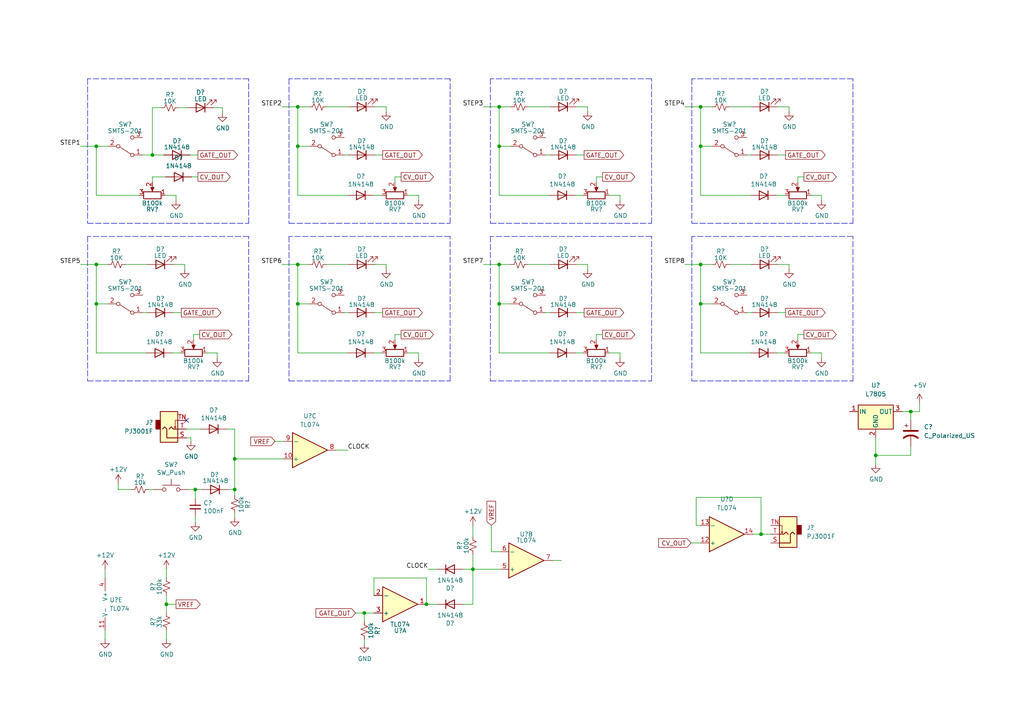
<source format=kicad_sch>
(kicad_sch (version 20211123) (generator eeschema)
  (paper "A4")
  (lib_symbols
    (symbol "4xxx:4017" (pin_names (offset 1.016))
      (property "Reference" "U" (at -7.62 16.51 0))
      (property "Value" "4017" (at -7.62 -19.05 0))
      (symbol "4017_1_0"
        (pin output line (at 12.7 0 180) (length 5.08) (name "Q5") (number "1"))
        (pin output line (at 12.7 2.54 180) (length 5.08) (name "Q4") (number "10"))
        (pin output line (at 12.7 -10.16 180) (length 5.08) (name "Q9") (number "11"))
        (pin output line (at 12.7 -15.24 180) (length 5.08) (name "Cout") (number "12"))
        (pin input inverted (at -12.7 10.16 0) (length 5.08) (name "CKEN") (number "13"))
        (pin input clock (at -12.7 12.7 0) (length 5.08) (name "CLK") (number "14"))
        (pin input line (at -12.7 5.08 0) (length 5.08) (name "Reset") (number "15"))
        (pin power_in line (at 0 20.32 270) (length 5.08) (name "VDD") (number "16"))
        (pin output line (at 12.7 10.16 180) (length 5.08) (name "Q1") (number "2"))
        (pin output line (at 12.7 12.7 180) (length 5.08) (name "Q0") (number "3"))
        (pin output line (at 12.7 7.62 180) (length 5.08) (name "Q2") (number "4"))
        (pin output line (at 12.7 -2.54 180) (length 5.08) (name "Q6") (number "5"))
        (pin output line (at 12.7 -5.08 180) (length 5.08) (name "Q7") (number "6"))
        (pin output line (at 12.7 5.08 180) (length 5.08) (name "Q3") (number "7"))
        (pin power_in line (at 0 -22.86 90) (length 5.08) (name "VSS") (number "8"))
        (pin output line (at 12.7 -7.62 180) (length 5.08) (name "Q8") (number "9"))
      )
      (symbol "4017_1_1"
        (rectangle (start -7.62 15.24) (end 7.62 -17.78) (stroke (width 0.254)) (fill (type background)))
      )
    )
    (symbol "Amplifier_Operational:TL074" (pin_names (offset 0.127))
      (property "Reference" "U" (at 0 5.08 0))
      (property "Value" "TL074" (at 0 -5.08 0))
      (symbol "TL074_1_1"
        (polyline (pts (xy -5.08 5.08) (xy 5.08 0) (xy -5.08 -5.08) (xy -5.08 5.08)) (stroke (width 0.254)) (fill (type background)))
        (pin output line (at 7.62 0 180) (length 2.54) (name "~") (number "1"))
        (pin input line (at -7.62 -2.54 0) (length 2.54) (name "-") (number "2"))
        (pin input line (at -7.62 2.54 0) (length 2.54) (name "+") (number "3"))
      )
      (symbol "TL074_2_1"
        (polyline (pts (xy -5.08 5.08) (xy 5.08 0) (xy -5.08 -5.08) (xy -5.08 5.08)) (stroke (width 0.254)) (fill (type background)))
        (pin input line (at -7.62 2.54 0) (length 2.54) (name "+") (number "5"))
        (pin input line (at -7.62 -2.54 0) (length 2.54) (name "-") (number "6"))
        (pin output line (at 7.62 0 180) (length 2.54) (name "~") (number "7"))
      )
      (symbol "TL074_3_1"
        (polyline (pts (xy -5.08 5.08) (xy 5.08 0) (xy -5.08 -5.08) (xy -5.08 5.08)) (stroke (width 0.254)) (fill (type background)))
        (pin input line (at -7.62 2.54 0) (length 2.54) (name "+") (number "10"))
        (pin output line (at 7.62 0 180) (length 2.54) (name "~") (number "8"))
        (pin input line (at -7.62 -2.54 0) (length 2.54) (name "-") (number "9"))
      )
      (symbol "TL074_4_1"
        (polyline (pts (xy -5.08 5.08) (xy 5.08 0) (xy -5.08 -5.08) (xy -5.08 5.08)) (stroke (width 0.254)) (fill (type background)))
        (pin input line (at -7.62 2.54 0) (length 2.54) (name "+") (number "12"))
        (pin input line (at -7.62 -2.54 0) (length 2.54) (name "-") (number "13"))
        (pin output line (at 7.62 0 180) (length 2.54) (name "~") (number "14"))
      )
      (symbol "TL074_5_1"
        (pin power_in line (at -2.54 -7.62 90) (length 3.81) (name "V-") (number "11"))
        (pin power_in line (at -2.54 7.62 270) (length 3.81) (name "V+") (number "4"))
      )
    )
    (symbol "Device:C_Polarized_US" (pin_numbers hide) (pin_names (offset 0.254) hide)
      (property "Reference" "C" (at 0.635 2.54 0))
      (property "Value" "C_Polarized_US" (at 0.635 -2.54 0))
      (symbol "C_Polarized_US_0_1"
        (polyline (pts (xy -2.032 0.762) (xy 2.032 0.762)) (stroke (width 0.508)))
        (polyline (pts (xy -1.778 2.286) (xy -0.762 2.286)))
        (polyline (pts (xy -1.27 1.778) (xy -1.27 2.794)))
        (arc (start 2.032 -1.27) (mid 0 -0.5572) (end -2.032 -1.27) (stroke (width 0.508)))
      )
      (symbol "C_Polarized_US_1_1"
        (pin passive line (at 0 3.81 270) (length 2.794) (name "~") (number "1"))
        (pin passive line (at 0 -3.81 90) (length 3.302) (name "~") (number "2"))
      )
    )
    (symbol "Device:C_Small" (pin_numbers hide) (pin_names (offset 0.254) hide)
      (property "Reference" "C" (at 0.254 1.778 0))
      (property "Value" "C_Small" (at 0.254 -2.032 0))
      (symbol "C_Small_0_1"
        (polyline (pts (xy -1.524 -0.508) (xy 1.524 -0.508)) (stroke (width 0.3302)))
        (polyline (pts (xy -1.524 0.508) (xy 1.524 0.508)) (stroke (width 0.3048)))
      )
      (symbol "C_Small_1_1"
        (pin passive line (at 0 2.54 270) (length 2.032) (name "~") (number "1"))
        (pin passive line (at 0 -2.54 90) (length 2.032) (name "~") (number "2"))
      )
    )
    (symbol "Device:LED" (pin_numbers hide) (pin_names (offset 1.016) hide)
      (property "Reference" "D" (at 0 2.54 0))
      (property "Value" "LED" (at 0 -2.54 0))
      (symbol "LED_0_1"
        (polyline (pts (xy -1.27 -1.27) (xy -1.27 1.27)) (stroke (width 0.254)))
        (polyline (pts (xy -1.27 0) (xy 1.27 0)))
        (polyline (pts (xy 1.27 -1.27) (xy 1.27 1.27) (xy -1.27 0) (xy 1.27 -1.27)) (stroke (width 0.254)))
        (polyline (pts (xy -3.048 -0.762) (xy -4.572 -2.286) (xy -3.81 -2.286) (xy -4.572 -2.286) (xy -4.572 -1.524)))
        (polyline (pts (xy -1.778 -0.762) (xy -3.302 -2.286) (xy -2.54 -2.286) (xy -3.302 -2.286) (xy -3.302 -1.524)))
      )
      (symbol "LED_1_1"
        (pin passive line (at -3.81 0 0) (length 2.54) (name "K") (number "1"))
        (pin passive line (at 3.81 0 180) (length 2.54) (name "A") (number "2"))
      )
    )
    (symbol "Device:R_Potentiometer" (pin_names (offset 1.016) hide)
      (property "Reference" "RV" (at -4.445 0 90))
      (property "Value" "R_Potentiometer" (at -2.54 0 90))
      (symbol "R_Potentiometer_0_1"
        (polyline (pts (xy 2.54 0) (xy 1.524 0)))
        (polyline (pts (xy 1.143 0) (xy 2.286 0.508) (xy 2.286 -0.508) (xy 1.143 0)) (fill (type outline)))
        (rectangle (start 1.016 2.54) (end -1.016 -2.54) (stroke (width 0.254)))
      )
      (symbol "R_Potentiometer_1_1"
        (pin passive line (at 0 3.81 270) (length 1.27) (name "1") (number "1"))
        (pin passive line (at 3.81 0 180) (length 1.27) (name "2") (number "2"))
        (pin passive line (at 0 -3.81 90) (length 1.27) (name "3") (number "3"))
      )
    )
    (symbol "Device:R_Small_US" (pin_numbers hide) (pin_names (offset 0.254) hide)
      (property "Reference" "R" (at 0.762 0.508 0))
      (property "Value" "R_Small_US" (at 0.762 -1.016 0))
      (symbol "R_Small_US_1_1"
        (polyline (pts (xy 0 0) (xy 1.016 -0.381) (xy 0 -0.762) (xy -1.016 -1.143) (xy 0 -1.524)))
        (polyline (pts (xy 0 1.524) (xy 1.016 1.143) (xy 0 0.762) (xy -1.016 0.381) (xy 0 0)))
        (pin passive line (at 0 2.54 270) (length 1.016) (name "~") (number "1"))
        (pin passive line (at 0 -2.54 90) (length 1.016) (name "~") (number "2"))
      )
    )
    (symbol "Diode:1N4148" (pin_numbers hide) (pin_names hide)
      (property "Reference" "D" (at 0 2.54 0))
      (property "Value" "1N4148" (at 0 -2.54 0))
      (symbol "1N4148_0_1"
        (polyline (pts (xy -1.27 1.27) (xy -1.27 -1.27)) (stroke (width 0.254)))
        (polyline (pts (xy 1.27 0) (xy -1.27 0)))
        (polyline (pts (xy 1.27 1.27) (xy 1.27 -1.27) (xy -1.27 0) (xy 1.27 1.27)) (stroke (width 0.254)))
      )
      (symbol "1N4148_1_1"
        (pin passive line (at -3.81 0 0) (length 2.54) (name "K") (number "1"))
        (pin passive line (at 3.81 0 180) (length 2.54) (name "A") (number "2"))
      )
    )
    (symbol "Regulator_Linear:L7805" (pin_names (offset 0.254))
      (property "Reference" "U" (at -3.81 3.175 0))
      (property "Value" "L7805" (at 0 3.175 0))
      (symbol "L7805_0_1"
        (rectangle (start -5.08 1.905) (end 5.08 -5.08) (stroke (width 0.254)) (fill (type background)))
      )
      (symbol "L7805_1_1"
        (pin power_in line (at -7.62 0 0) (length 2.54) (name "IN") (number "1"))
        (pin power_in line (at 0 -7.62 90) (length 2.54) (name "GND") (number "2"))
        (pin power_out line (at 7.62 0 180) (length 2.54) (name "OUT") (number "3"))
      )
    )
    (symbol "Switch:SW_Push" (pin_numbers hide) (pin_names (offset 1.016) hide)
      (property "Reference" "SW" (at 1.27 2.54 0))
      (property "Value" "SW_Push" (at 0 -1.524 0))
      (symbol "SW_Push_0_1"
        (circle (center -2.032 0) (radius 0.508))
        (polyline (pts (xy 0 1.27) (xy 0 3.048)))
        (polyline (pts (xy 2.54 1.27) (xy -2.54 1.27)))
        (circle (center 2.032 0) (radius 0.508))
        (pin passive line (at -5.08 0 0) (length 2.54) (name "1") (number "1"))
        (pin passive line (at 5.08 0 180) (length 2.54) (name "2") (number "2"))
      )
    )
    (symbol "Switch:SW_SPDT" (pin_names (offset 0) hide)
      (property "Reference" "SW" (at 0 4.318 0))
      (property "Value" "SW_SPDT" (at 0 -5.08 0))
      (symbol "SW_SPDT_0_0"
        (circle (center -2.032 0) (radius 0.508))
        (circle (center 2.032 -2.54) (radius 0.508))
      )
      (symbol "SW_SPDT_0_1"
        (polyline (pts (xy -1.524 0.254) (xy 1.651 2.286)))
        (circle (center 2.032 2.54) (radius 0.508))
      )
      (symbol "SW_SPDT_1_1"
        (pin passive line (at 5.08 2.54 180) (length 2.54) (name "A") (number "1"))
        (pin passive line (at -5.08 0 0) (length 2.54) (name "B") (number "2"))
        (pin passive line (at 5.08 -2.54 180) (length 2.54) (name "C") (number "3"))
      )
    )
    (symbol "benjiaomodular:PJ3001F"
      (property "Reference" "J" (at 0 8.89 0))
      (property "Value" "PJ3001F" (at 0 6.35 0))
      (symbol "PJ3001F_0_1"
        (rectangle (start -2.54 0) (end -3.81 -2.54) (stroke (width 0.254)) (fill (type outline)))
        (polyline (pts (xy 1.778 -0.254) (xy 2.032 -0.762)))
        (polyline (pts (xy 0 0) (xy 0.635 -0.635) (xy 1.27 0) (xy 2.54 0)) (stroke (width 0.254)))
        (polyline (pts (xy 2.54 -2.54) (xy 1.778 -2.54) (xy 1.778 -0.254) (xy 1.524 -0.762)))
        (polyline (pts (xy 2.54 2.54) (xy -0.635 2.54) (xy -0.635 0) (xy -1.27 -0.635) (xy -1.905 0)) (stroke (width 0.254)))
        (rectangle (start 2.54 3.81) (end -2.54 -5.08) (stroke (width 0.254)) (fill (type background)))
      )
      (symbol "PJ3001F_1_1"
        (pin passive line (at 5.08 2.54 180) (length 2.54) (name "~") (number "S"))
        (pin passive line (at 5.08 0 180) (length 2.54) (name "~") (number "T"))
        (pin passive line (at 5.08 -2.54 180) (length 2.54) (name "~") (number "TN"))
      )
    )
    (symbol "power:+12V" (power) (pin_names (offset 0))
      (property "Value" "+12V" (at 0 3.556 0))
      (symbol "+12V_0_1"
        (polyline (pts (xy -0.762 1.27) (xy 0 2.54)))
        (polyline (pts (xy 0 0) (xy 0 2.54)))
        (polyline (pts (xy 0 2.54) (xy 0.762 1.27)))
      )
      (symbol "+12V_1_1"
        (pin power_in line (at 0 0 90) (length 0) hide (name "+12V") (number "1"))
      )
    )
    (symbol "power:+5V" (power) (pin_names (offset 0))
      (property "Value" "+5V" (at 0 3.556 0))
      (symbol "+5V_0_1"
        (polyline (pts (xy -0.762 1.27) (xy 0 2.54)))
        (polyline (pts (xy 0 0) (xy 0 2.54)))
        (polyline (pts (xy 0 2.54) (xy 0.762 1.27)))
      )
      (symbol "+5V_1_1"
        (pin power_in line (at 0 0 90) (length 0) hide (name "+5V") (number "1"))
      )
    )
    (symbol "power:GND" (power) (pin_names (offset 0))
      (property "Value" "GND" (at 0 -3.81 0))
      (symbol "GND_0_1"
        (polyline (pts (xy 0 0) (xy 0 -1.27) (xy 1.27 -1.27) (xy 0 -2.54) (xy -1.27 -1.27) (xy 0 -1.27)))
      )
      (symbol "GND_1_1"
        (pin power_in line (at 0 0 270) (length 0) hide (name "GND") (number "1"))
      )
    )
  )
  (junction (at 86.36 76.708))
  (junction (at 203.2 88.138))
  (junction (at 203.2 30.988))
  (junction (at 27.94 76.708))
  (junction (at 86.36 30.988))
  (junction (at 86.36 88.138))
  (junction (at 254 132.08))
  (junction (at 144.78 76.708))
  (junction (at 27.94 88.138))
  (junction (at 68.072 141.986))
  (junction (at 144.78 88.138))
  (junction (at 48.26 175.26))
  (junction (at 137.16 165.1))
  (junction (at 203.2 42.418))
  (junction (at 68.072 133.096))
  (junction (at 105.664 177.8))
  (junction (at 27.94 42.418))
  (junction (at 264.16 119.38))
  (junction (at 144.78 30.988))
  (junction (at 44.196 44.958))
  (junction (at 56.642 141.986))
  (junction (at 220.726 154.94))
  (junction (at 86.36 42.418))
  (junction (at 144.78 42.418))
  (junction (at 203.2 76.708))
  (junction (at 123.698 175.26))
  (no_connect (at 54.102 121.92))
  (polyline (pts (xy 188.976 68.58) (xy 142.24 68.58)))
  (wire (pts (xy 264.16 132.08) (xy 254 132.08)))
  (wire (pts (xy 167.132 90.678) (xy 169.418 90.678)))
  (wire (pts (xy 220.726 154.94) (xy 223.52 154.94)))
  (wire (pts (xy 145.034 160.02) (xy 142.494 160.02)))
  (polyline (pts (xy 142.24 22.86) (xy 142.24 64.77)))
  (wire (pts (xy 324.104 144.78) (xy 326.644 144.78)))
  (wire (pts (xy 112.014 76.708) (xy 112.014 78.105)))
  (wire (pts (xy 27.94 88.138) (xy 27.94 102.362)))
  (wire (pts (xy 235.204 102.362) (xy 238.252 102.362)))
  (polyline (pts (xy 188.976 22.86) (xy 142.24 22.86)))
  (wire (pts (xy 116.332 51.308) (xy 114.554 51.308)))
  (wire (pts (xy 225.298 56.642) (xy 227.584 56.642)))
  (wire (pts (xy 27.94 102.362) (xy 42.418 102.362)))
  (wire (pts (xy 225.552 90.678) (xy 227.838 90.678)))
  (wire (pts (xy 99.822 44.958) (xy 101.092 44.958)))
  (polyline (pts (xy 142.24 64.77) (xy 188.976 64.77)))
  (wire (pts (xy 179.832 102.362) (xy 179.832 103.886)))
  (wire (pts (xy 105.664 177.8) (xy 108.458 177.8)))
  (wire (pts (xy 211.582 76.708) (xy 217.932 76.708)))
  (wire (pts (xy 142.494 160.02) (xy 142.494 152.4)))
  (wire (pts (xy 179.832 56.642) (xy 179.832 58.166)))
  (wire (pts (xy 94.742 30.988) (xy 101.092 30.988)))
  (wire (pts (xy 339.344 127.762) (xy 339.344 129.54)))
  (wire (pts (xy 144.78 88.138) (xy 144.78 102.362)))
  (wire (pts (xy 218.44 154.94) (xy 220.726 154.94)))
  (wire (pts (xy 86.36 76.708) (xy 86.36 88.138)))
  (wire (pts (xy 203.2 102.362) (xy 217.678 102.362)))
  (wire (pts (xy 201.93 144.272) (xy 201.93 152.4)))
  (wire (pts (xy 68.072 124.46) (xy 68.072 133.096)))
  (polyline (pts (xy 130.556 110.49) (xy 130.556 68.58)))
  (wire (pts (xy 264.16 119.38) (xy 264.16 121.92)))
  (wire (pts (xy 225.552 44.958) (xy 227.838 44.958)))
  (wire (pts (xy 27.94 76.708) (xy 27.94 88.138)))
  (wire (pts (xy 203.2 76.708) (xy 203.2 88.138)))
  (wire (pts (xy 123.698 175.26) (xy 126.746 175.26)))
  (wire (pts (xy 86.36 88.138) (xy 86.36 102.362)))
  (wire (pts (xy 48.26 175.26) (xy 48.26 177.8)))
  (wire (pts (xy 144.78 102.362) (xy 159.258 102.362)))
  (wire (pts (xy 148.082 88.138) (xy 144.78 88.138)))
  (wire (pts (xy 105.664 180.34) (xy 105.664 177.8)))
  (wire (pts (xy 108.712 30.988) (xy 112.014 30.988)))
  (wire (pts (xy 108.712 76.708) (xy 112.014 76.708)))
  (wire (pts (xy 235.204 56.642) (xy 238.252 56.642)))
  (wire (pts (xy 121.412 102.362) (xy 121.412 103.886)))
  (wire (pts (xy 27.94 76.708) (xy 31.242 76.708)))
  (wire (pts (xy 30.48 165.1) (xy 30.48 167.64)))
  (wire (pts (xy 174.752 51.308) (xy 172.974 51.308)))
  (wire (pts (xy 228.854 30.988) (xy 228.854 32.385)))
  (wire (pts (xy 48.26 172.72) (xy 48.26 175.26)))
  (wire (pts (xy 144.78 76.708) (xy 148.082 76.708)))
  (wire (pts (xy 170.434 30.988) (xy 170.434 32.385)))
  (wire (pts (xy 44.196 31.242) (xy 44.196 44.958)))
  (wire (pts (xy 81.788 76.708) (xy 86.36 76.708)))
  (wire (pts (xy 62.992 102.362) (xy 62.992 103.886)))
  (wire (pts (xy 174.752 97.028) (xy 172.974 97.028)))
  (wire (pts (xy 30.48 182.88) (xy 30.48 185.42)))
  (wire (pts (xy 153.162 76.708) (xy 159.512 76.708)))
  (wire (pts (xy 203.2 42.418) (xy 203.2 56.642)))
  (wire (pts (xy 216.662 44.958) (xy 217.932 44.958)))
  (wire (pts (xy 137.16 165.1) (xy 145.034 165.1)))
  (wire (pts (xy 352.044 157.48) (xy 355.346 157.48)))
  (polyline (pts (xy 200.66 64.77) (xy 247.396 64.77)))
  (wire (pts (xy 86.36 56.642) (xy 100.838 56.642)))
  (wire (pts (xy 34.29 140.208) (xy 34.29 141.986)))
  (wire (pts (xy 46.736 31.242) (xy 44.196 31.242)))
  (wire (pts (xy 65.786 124.46) (xy 68.072 124.46)))
  (wire (pts (xy 137.16 165.1) (xy 137.16 175.26)))
  (polyline (pts (xy 130.556 68.58) (xy 83.82 68.58)))
  (wire (pts (xy 200.406 157.48) (xy 203.2 157.48)))
  (wire (pts (xy 167.132 30.988) (xy 170.434 30.988)))
  (wire (pts (xy 50.038 102.362) (xy 52.324 102.362)))
  (polyline (pts (xy 25.4 68.58) (xy 25.4 110.49)))
  (wire (pts (xy 321.564 137.16) (xy 326.644 137.16)))
  (wire (pts (xy 238.252 102.362) (xy 238.252 103.886)))
  (wire (pts (xy 51.816 31.242) (xy 54.356 31.242)))
  (polyline (pts (xy 200.66 22.86) (xy 200.66 64.77)))
  (wire (pts (xy 121.412 56.642) (xy 121.412 58.166)))
  (wire (pts (xy 238.252 56.642) (xy 238.252 58.166)))
  (wire (pts (xy 355.346 181.864) (xy 324.104 181.864)))
  (wire (pts (xy 176.784 102.362) (xy 179.832 102.362)))
  (wire (pts (xy 56.642 141.986) (xy 58.547 141.986)))
  (wire (pts (xy 89.662 42.418) (xy 86.36 42.418)))
  (wire (pts (xy 134.366 165.1) (xy 137.16 165.1)))
  (wire (pts (xy 158.242 44.958) (xy 159.512 44.958)))
  (wire (pts (xy 112.014 30.988) (xy 112.014 32.385)))
  (wire (pts (xy 94.742 76.708) (xy 101.092 76.708)))
  (wire (pts (xy 34.29 141.986) (xy 38.1 141.986)))
  (wire (pts (xy 50.292 90.678) (xy 52.578 90.678)))
  (wire (pts (xy 198.628 30.988) (xy 203.2 30.988)))
  (polyline (pts (xy 72.136 22.86) (xy 25.4 22.86)))
  (polyline (pts (xy 83.82 110.49) (xy 130.556 110.49)))
  (wire (pts (xy 254 132.08) (xy 254 134.62)))
  (wire (pts (xy 176.784 56.642) (xy 179.832 56.642)))
  (polyline (pts (xy 83.82 68.58) (xy 83.82 110.49)))
  (wire (pts (xy 144.78 42.418) (xy 144.78 56.642)))
  (wire (pts (xy 261.62 119.38) (xy 264.16 119.38)))
  (polyline (pts (xy 83.82 64.77) (xy 130.556 64.77)))
  (wire (pts (xy 144.78 30.988) (xy 148.082 30.988)))
  (wire (pts (xy 166.878 102.362) (xy 169.164 102.362)))
  (wire (pts (xy 55.118 44.958) (xy 57.404 44.958)))
  (polyline (pts (xy 25.4 22.86) (xy 25.4 64.77)))
  (wire (pts (xy 220.726 154.94) (xy 220.726 144.272)))
  (wire (pts (xy 140.208 30.988) (xy 144.78 30.988)))
  (wire (pts (xy 99.822 90.678) (xy 101.092 90.678)))
  (polyline (pts (xy 247.396 68.58) (xy 200.66 68.58)))
  (wire (pts (xy 108.712 90.678) (xy 110.998 90.678)))
  (wire (pts (xy 53.594 76.708) (xy 53.594 78.105)))
  (wire (pts (xy 266.7 119.38) (xy 264.16 119.38)))
  (polyline (pts (xy 200.66 68.58) (xy 200.66 110.49)))
  (polyline (pts (xy 72.136 110.49) (xy 72.136 68.58)))
  (wire (pts (xy 108.458 172.72) (xy 108.458 167.64)))
  (wire (pts (xy 118.364 102.362) (xy 121.412 102.362)))
  (wire (pts (xy 86.36 30.988) (xy 89.662 30.988)))
  (wire (pts (xy 114.554 97.028) (xy 114.554 98.552)))
  (wire (pts (xy 324.104 181.864) (xy 324.104 144.78)))
  (wire (pts (xy 23.368 76.708) (xy 27.94 76.708)))
  (polyline (pts (xy 247.396 64.77) (xy 247.396 22.86)))
  (wire (pts (xy 206.502 42.418) (xy 203.2 42.418)))
  (wire (pts (xy 68.072 141.986) (xy 68.072 143.764)))
  (wire (pts (xy 166.878 56.642) (xy 169.164 56.642)))
  (wire (pts (xy 64.516 31.242) (xy 64.516 32.766)))
  (wire (pts (xy 144.78 76.708) (xy 144.78 88.138)))
  (wire (pts (xy 140.208 76.708) (xy 144.78 76.708)))
  (wire (pts (xy 225.552 76.708) (xy 228.854 76.708)))
  (wire (pts (xy 86.36 30.988) (xy 86.36 42.418)))
  (wire (pts (xy 203.2 30.988) (xy 203.2 42.418)))
  (wire (pts (xy 144.78 30.988) (xy 144.78 42.418)))
  (wire (pts (xy 66.167 141.986) (xy 68.072 141.986)))
  (polyline (pts (xy 130.556 22.86) (xy 83.82 22.86)))
  (wire (pts (xy 126.746 165.1) (xy 124.206 165.1)))
  (wire (pts (xy 203.2 30.988) (xy 206.502 30.988)))
  (wire (pts (xy 158.242 90.678) (xy 159.512 90.678)))
  (wire (pts (xy 172.974 51.308) (xy 172.974 52.832)))
  (wire (pts (xy 36.322 76.708) (xy 42.672 76.708)))
  (wire (pts (xy 51.054 56.642) (xy 51.054 58.166)))
  (wire (pts (xy 266.7 116.84) (xy 266.7 119.38)))
  (wire (pts (xy 68.072 133.096) (xy 82.296 133.096)))
  (wire (pts (xy 31.242 42.418) (xy 27.94 42.418)))
  (wire (pts (xy 206.502 88.138) (xy 203.2 88.138)))
  (polyline (pts (xy 247.396 110.49) (xy 247.396 68.58)))
  (wire (pts (xy 48.26 182.88) (xy 48.26 185.42)))
  (wire (pts (xy 167.132 44.958) (xy 169.418 44.958)))
  (wire (pts (xy 89.662 88.138) (xy 86.36 88.138)))
  (wire (pts (xy 118.364 56.642) (xy 121.412 56.642)))
  (wire (pts (xy 201.93 152.4) (xy 203.2 152.4)))
  (polyline (pts (xy 130.556 64.77) (xy 130.556 22.86)))
  (polyline (pts (xy 142.24 68.58) (xy 142.24 110.49)))
  (wire (pts (xy 148.082 42.418) (xy 144.78 42.418)))
  (wire (pts (xy 54.102 124.46) (xy 58.166 124.46)))
  (wire (pts (xy 108.458 167.64) (xy 123.698 167.64)))
  (wire (pts (xy 228.854 76.708) (xy 228.854 78.105)))
  (wire (pts (xy 162.814 162.56) (xy 160.274 162.56)))
  (wire (pts (xy 153.162 30.988) (xy 159.512 30.988)))
  (wire (pts (xy 81.788 30.988) (xy 86.36 30.988)))
  (wire (pts (xy 48.006 51.308) (xy 44.196 51.308)))
  (wire (pts (xy 103.124 177.8) (xy 105.664 177.8)))
  (wire (pts (xy 57.912 97.028) (xy 56.134 97.028)))
  (polyline (pts (xy 142.24 110.49) (xy 188.976 110.49)))
  (wire (pts (xy 216.662 90.678) (xy 217.932 90.678)))
  (wire (pts (xy 233.172 51.308) (xy 231.394 51.308)))
  (wire (pts (xy 137.16 155.702) (xy 137.16 152.4)))
  (wire (pts (xy 50.292 76.708) (xy 53.594 76.708)))
  (wire (pts (xy 56.642 144.526) (xy 56.642 141.986)))
  (wire (pts (xy 79.756 128.016) (xy 82.296 128.016)))
  (wire (pts (xy 264.16 129.54) (xy 264.16 132.08)))
  (wire (pts (xy 233.172 97.028) (xy 231.394 97.028)))
  (polyline (pts (xy 25.4 110.49) (xy 72.136 110.49)))
  (wire (pts (xy 144.78 56.642) (xy 159.258 56.642)))
  (wire (pts (xy 48.26 165.1) (xy 48.26 167.64)))
  (wire (pts (xy 355.346 157.48) (xy 355.346 181.864)))
  (wire (pts (xy 108.458 56.642) (xy 110.744 56.642)))
  (wire (pts (xy 198.628 76.708) (xy 203.2 76.708)))
  (wire (pts (xy 170.434 76.708) (xy 170.434 78.105)))
  (polyline (pts (xy 188.976 110.49) (xy 188.976 68.58)))
  (wire (pts (xy 137.16 175.26) (xy 134.366 175.26)))
  (wire (pts (xy 326.644 139.7) (xy 321.564 139.7)))
  (wire (pts (xy 55.372 127) (xy 54.102 127)))
  (wire (pts (xy 41.402 90.678) (xy 42.672 90.678)))
  (wire (pts (xy 203.2 76.708) (xy 206.502 76.708)))
  (wire (pts (xy 57.404 51.308) (xy 55.626 51.308)))
  (wire (pts (xy 97.536 130.556) (xy 100.838 130.556)))
  (wire (pts (xy 48.26 175.26) (xy 51.054 175.26)))
  (wire (pts (xy 59.944 102.362) (xy 62.992 102.362)))
  (wire (pts (xy 27.94 42.418) (xy 27.94 56.642)))
  (wire (pts (xy 105.664 185.42) (xy 105.664 186.69)))
  (wire (pts (xy 254 127) (xy 254 132.08)))
  (wire (pts (xy 56.134 97.028) (xy 56.134 98.552)))
  (wire (pts (xy 68.072 148.844) (xy 68.072 150.114)))
  (polyline (pts (xy 72.136 68.58) (xy 25.4 68.58)))
  (wire (pts (xy 86.36 76.708) (xy 89.662 76.708)))
  (wire (pts (xy 339.344 172.72) (xy 339.344 173.99)))
  (wire (pts (xy 137.16 165.1) (xy 137.16 160.782)))
  (wire (pts (xy 44.196 51.308) (xy 44.196 52.832)))
  (wire (pts (xy 44.196 44.958) (xy 47.498 44.958)))
  (polyline (pts (xy 72.136 64.77) (xy 72.136 22.86)))
  (wire (pts (xy 48.006 56.642) (xy 51.054 56.642)))
  (wire (pts (xy 114.554 51.308) (xy 114.554 52.832)))
  (wire (pts (xy 23.368 42.418) (xy 27.94 42.418)))
  (wire (pts (xy 68.072 133.096) (xy 68.072 141.986)))
  (polyline (pts (xy 188.976 64.77) (xy 188.976 22.86)))
  (wire (pts (xy 231.394 97.028) (xy 231.394 98.552)))
  (wire (pts (xy 203.2 56.642) (xy 217.678 56.642)))
  (wire (pts (xy 43.18 141.986) (xy 44.577 141.986)))
  (wire (pts (xy 108.458 102.362) (xy 110.744 102.362)))
  (wire (pts (xy 231.394 51.308) (xy 231.394 52.832)))
  (wire (pts (xy 321.564 139.7) (xy 321.564 140.97)))
  (wire (pts (xy 56.642 149.606) (xy 56.642 151.511)))
  (wire (pts (xy 31.242 88.138) (xy 27.94 88.138)))
  (wire (pts (xy 41.402 44.958) (xy 44.196 44.958)))
  (wire (pts (xy 116.332 97.028) (xy 114.554 97.028)))
  (wire (pts (xy 225.298 102.362) (xy 227.584 102.362)))
  (wire (pts (xy 86.36 42.418) (xy 86.36 56.642)))
  (wire (pts (xy 225.552 30.988) (xy 228.854 30.988)))
  (wire (pts (xy 172.974 97.028) (xy 172.974 98.552)))
  (polyline (pts (xy 83.82 22.86) (xy 83.82 64.77)))
  (wire (pts (xy 27.94 56.642) (xy 40.386 56.642)))
  (polyline (pts (xy 247.396 22.86) (xy 200.66 22.86)))
  (wire (pts (xy 203.2 88.138) (xy 203.2 102.362)))
  (polyline (pts (xy 200.66 110.49) (xy 247.396 110.49)))
  (wire (pts (xy 54.737 141.986) (xy 56.642 141.986)))
  (wire (pts (xy 167.132 76.708) (xy 170.434 76.708)))
  (wire (pts (xy 108.712 44.958) (xy 110.998 44.958)))
  (wire (pts (xy 55.372 128.016) (xy 55.372 127)))
  (wire (pts (xy 211.582 30.988) (xy 217.932 30.988)))
  (wire (pts (xy 61.976 31.242) (xy 64.516 31.242)))
  (polyline (pts (xy 25.4 64.77) (xy 72.136 64.77)))
  (wire (pts (xy 123.698 167.64) (xy 123.698 175.26)))
  (wire (pts (xy 220.726 144.272) (xy 201.93 144.272)))
  (wire (pts (xy 86.36 102.362) (xy 100.838 102.362)))
  (label "STEP5" (at 352.044 147.32 0))
  (label "STEP6" (at 352.044 149.86 0))
  (label "STEP7" (at 140.208 76.708 180))
  (label "STEP7" (at 352.044 152.4 0))
  (label "STEP6" (at 81.788 76.708 180))
  (label "STEP3" (at 140.208 30.988 180))
  (label "STEP1" (at 23.368 42.418 180))
  (label "STEP3" (at 352.044 142.24 0))
  (label "STEP1" (at 352.044 137.16 0))
  (label "CLOCK" (at 321.564 137.16 180))
  (label "STEP4" (at 352.044 144.78 0))
  (label "CLOCK" (at 100.838 130.556 0))
  (label "STEP8" (at 198.628 76.708 180))
  (label "STEP2" (at 81.788 30.988 180))
  (label "STEP2" (at 352.044 139.7 0))
  (label "STEP4" (at 198.628 30.988 180))
  (label "CLOCK" (at 124.206 165.1 180))
  (label "STEP5" (at 23.368 76.708 180))
  (label "STEP8" (at 352.044 154.94 0))
  (global_label "GATE_OUT" (shape output) (at 110.998 44.958 0) (property "Intersheet References" "${INTERSHEET_REFS}" (effects hide)))
  (global_label "GATE_OUT" (shape input) (at 103.124 177.8 180) (property "Intersheet References" "${INTERSHEET_REFS}" (effects hide)))
  (global_label "GATE_OUT" (shape output) (at 227.838 44.958 0) (property "Intersheet References" "${INTERSHEET_REFS}" (effects hide)))
  (global_label "GATE_OUT" (shape output) (at 227.838 90.678 0) (property "Intersheet References" "${INTERSHEET_REFS}" (effects hide)))
  (global_label "VREF" (shape input) (at 79.756 128.016 180) (property "Intersheet References" "${INTERSHEET_REFS}" (effects hide)))
  (global_label "CV_OUT" (shape output) (at 116.332 51.308 0) (property "Intersheet References" "${INTERSHEET_REFS}" (effects hide)))
  (global_label "CV_OUT" (shape output) (at 57.912 97.028 0) (property "Intersheet References" "${INTERSHEET_REFS}" (effects hide)))
  (global_label "CV_OUT" (shape output) (at 233.172 51.308 0) (property "Intersheet References" "${INTERSHEET_REFS}" (effects hide)))
  (global_label "CV_OUT" (shape output) (at 57.404 51.308 0) (property "Intersheet References" "${INTERSHEET_REFS}" (effects hide)))
  (global_label "CV_OUT" (shape output) (at 233.172 97.028 0) (property "Intersheet References" "${INTERSHEET_REFS}" (effects hide)))
  (global_label "GATE_OUT" (shape output) (at 169.418 90.678 0) (property "Intersheet References" "${INTERSHEET_REFS}" (effects hide)))
  (global_label "CV_OUT" (shape output) (at 174.752 97.028 0) (property "Intersheet References" "${INTERSHEET_REFS}" (effects hide)))
  (global_label "CV_OUT" (shape input) (at 200.406 157.48 180) (property "Intersheet References" "${INTERSHEET_REFS}" (effects hide)))
  (global_label "GATE_OUT" (shape output) (at 110.998 90.678 0) (property "Intersheet References" "${INTERSHEET_REFS}" (effects hide)))
  (global_label "GATE_OUT" (shape output) (at 57.404 44.958 0) (property "Intersheet References" "${INTERSHEET_REFS}" (effects hide)))
  (global_label "CV_OUT" (shape output) (at 116.332 97.028 0) (property "Intersheet References" "${INTERSHEET_REFS}" (effects hide)))
  (global_label "GATE_OUT" (shape output) (at 169.418 44.958 0) (property "Intersheet References" "${INTERSHEET_REFS}" (effects hide)))
  (global_label "VREF" (shape output) (at 51.054 175.26 0) (property "Intersheet References" "${INTERSHEET_REFS}" (effects hide)))
  (global_label "GATE_OUT" (shape output) (at 52.578 90.678 0) (property "Intersheet References" "${INTERSHEET_REFS}" (effects hide)))
  (global_label "CV_OUT" (shape output) (at 174.752 51.308 0) (property "Intersheet References" "${INTERSHEET_REFS}" (effects hide)))
  (global_label "VREF" (shape input) (at 142.494 152.4 90) (property "Intersheet References" "${INTERSHEET_REFS}" (effects hide)))
  (symbol (lib_id "power:+12V") (at 137.16 152.4 0) (unit 1)
    (property "Reference" "#PWR?" (effects hide))
    (property "Value" "+12V" (at 137.16 148.336 0))
  )
  (symbol (lib_id "Device:R_Small_US") (at 33.782 76.708 270) (unit 1)
    (property "Reference" "R?" (at 33.782 72.898 90))
    (property "Value" "10K" (at 33.782 74.803 90))
  )
  (symbol (lib_id "power:GND") (at 121.412 103.886 0) (unit 1)
    (property "Reference" "#PWR?" (effects hide))
    (property "Value" "GND" (at 121.539 108.2802 0))
  )
  (symbol (lib_id "Device:R_Small_US") (at 49.276 31.242 270) (unit 1)
    (property "Reference" "R?" (at 49.276 27.432 90))
    (property "Value" "10K" (at 49.276 29.337 90))
  )
  (symbol (lib_id "power:GND") (at 51.054 58.166 0) (unit 1)
    (property "Reference" "#PWR?" (effects hide))
    (property "Value" "GND" (at 51.181 62.5602 0))
  )
  (symbol (lib_id "Diode:1N4148") (at 46.482 90.678 180) (unit 1)
    (property "Reference" "D?" (at 46.482 86.614 0))
    (property "Value" "1N4148" (at 46.482 88.392 0))
    (property "Footprint" "Diode_THT:D_DO-35_SOD27_P7.62mm_Horizontal" (effects hide))
    (property "Datasheet" "https://assets.nexperia.com/documents/data-sheet/1N4148_1N4448.pdf" (effects hide))
  )
  (symbol (lib_id "Diode:1N4148") (at 51.308 44.958 180) (unit 1)
    (property "Reference" "D?" (at 51.308 40.894 0))
    (property "Value" "1N4148" (at 51.308 42.672 0))
    (property "Footprint" "Diode_THT:D_DO-35_SOD27_P7.62mm_Horizontal" (effects hide))
    (property "Datasheet" "https://assets.nexperia.com/documents/data-sheet/1N4148_1N4448.pdf" (effects hide))
  )
  (symbol (lib_id "power:GND") (at 179.832 58.166 0) (unit 1)
    (property "Reference" "#PWR?" (effects hide))
    (property "Value" "GND" (at 179.959 62.5602 0))
  )
  (symbol (lib_id "power:+12V") (at 34.29 140.208 0) (unit 1)
    (property "Reference" "#PWR?" (effects hide))
    (property "Value" "+12V" (at 34.29 136.144 0))
  )
  (symbol (lib_id "benjiaomodular:PJ3001F") (at 228.6 154.94 180) (unit 1)
    (property "Reference" "J?" (at 233.934 153.0349 0) (effects (justify right)))
    (property "Value" "PJ3001F" (at 233.934 155.5749 0) (effects (justify right)))
  )
  (symbol (lib_id "power:GND") (at 179.832 103.886 0) (unit 1)
    (property "Reference" "#PWR?" (effects hide))
    (property "Value" "GND" (at 179.959 108.2802 0))
  )
  (symbol (lib_id "Device:R_Small_US") (at 68.072 146.304 180) (unit 1)
    (property "Reference" "R?" (at 71.882 146.304 90))
    (property "Value" "100k" (at 69.977 146.304 90))
  )
  (symbol (lib_id "power:GND") (at 112.014 78.105 0) (unit 1)
    (property "Reference" "#PWR?" (effects hide))
    (property "Value" "GND" (at 112.141 82.4992 0))
  )
  (symbol (lib_id "Device:LED") (at 46.482 76.708 180) (unit 1)
    (property "Reference" "D?" (at 46.482 72.263 0))
    (property "Value" "LED" (at 46.482 74.168 0))
  )
  (symbol (lib_id "Switch:SW_SPDT") (at 94.742 42.418 0) (mirror x) (unit 1)
    (property "Reference" "SW?" (at 94.742 36.068 0))
    (property "Value" "SMTS-201" (at 94.742 37.973 0))
  )
  (symbol (lib_id "Device:C_Polarized_US") (at 264.16 125.73 0) (unit 1)
    (property "Reference" "C?" (at 267.97 123.8249 0) (effects (justify left)))
    (property "Value" "C_Polarized_US" (at 267.97 126.3649 0) (effects (justify left)))
  )
  (symbol (lib_id "Device:R_Potentiometer") (at 56.134 102.362 270) (mirror x) (unit 1)
    (property "Reference" "RV?" (at 56.134 106.426 90))
    (property "Value" "B100k" (at 56.134 104.648 90))
  )
  (symbol (lib_id "Diode:1N4148") (at 221.742 44.958 180) (unit 1)
    (property "Reference" "D?" (at 221.742 40.894 0))
    (property "Value" "1N4148" (at 221.742 42.672 0))
    (property "Footprint" "Diode_THT:D_DO-35_SOD27_P7.62mm_Horizontal" (effects hide))
    (property "Datasheet" "https://assets.nexperia.com/documents/data-sheet/1N4148_1N4448.pdf" (effects hide))
  )
  (symbol (lib_id "Device:R_Small_US") (at 105.664 182.88 180) (unit 1)
    (property "Reference" "R?" (at 109.474 182.88 90))
    (property "Value" "100k" (at 107.569 182.88 90))
  )
  (symbol (lib_id "Regulator_Linear:L7805") (at 254 119.38 0) (unit 1)
    (property "Reference" "U?" (at 254 111.76 0))
    (property "Value" "L7805" (at 254 114.3 0))
    (property "Datasheet" "http://www.st.com/content/ccc/resource/technical/document/datasheet/41/4f/b3/b0/12/d4/47/88/CD00000444.pdf/files/CD00000444.pdf/jcr:content/translations/en.CD00000444.pdf" (effects hide))
  )
  (symbol (lib_id "Device:R_Small_US") (at 137.16 158.242 0) (unit 1)
    (property "Reference" "R?" (at 133.35 158.242 90))
    (property "Value" "100k" (at 135.255 158.242 90))
  )
  (symbol (lib_id "Device:R_Small_US") (at 150.622 30.988 270) (unit 1)
    (property "Reference" "R?" (at 150.622 27.178 90))
    (property "Value" "10K" (at 150.622 29.083 90))
  )
  (symbol (lib_id "Device:C_Small") (at 56.642 147.066 0) (unit 1)
    (property "Reference" "C?" (at 58.9788 145.8976 0) (effects (justify left)))
    (property "Value" "100nF" (at 58.9788 148.209 0) (effects (justify left)))
  )
  (symbol (lib_id "Diode:1N4148") (at 221.742 90.678 180) (unit 1)
    (property "Reference" "D?" (at 221.742 86.614 0))
    (property "Value" "1N4148" (at 221.742 88.392 0))
    (property "Footprint" "Diode_THT:D_DO-35_SOD27_P7.62mm_Horizontal" (effects hide))
    (property "Datasheet" "https://assets.nexperia.com/documents/data-sheet/1N4148_1N4448.pdf" (effects hide))
  )
  (symbol (lib_id "Device:R_Small_US") (at 48.26 180.34 0) (unit 1)
    (property "Reference" "R?" (at 44.45 180.34 90))
    (property "Value" "33k" (at 46.228 180.34 90))
  )
  (symbol (lib_id "Device:LED") (at 104.902 76.708 180) (unit 1)
    (property "Reference" "D?" (at 104.902 72.263 0))
    (property "Value" "LED" (at 104.902 74.168 0))
  )
  (symbol (lib_id "Device:R_Potentiometer") (at 172.974 102.362 270) (mirror x) (unit 1)
    (property "Reference" "RV?" (at 172.974 106.426 90))
    (property "Value" "B100k" (at 172.974 104.648 90))
  )
  (symbol (lib_id "power:GND") (at 228.854 78.105 0) (unit 1)
    (property "Reference" "#PWR?" (effects hide))
    (property "Value" "GND" (at 228.981 82.4992 0))
  )
  (symbol (lib_id "power:GND") (at 112.014 32.385 0) (unit 1)
    (property "Reference" "#PWR?" (effects hide))
    (property "Value" "GND" (at 112.141 36.7792 0))
  )
  (symbol (lib_id "Diode:1N4148") (at 104.648 102.362 180) (unit 1)
    (property "Reference" "D?" (at 104.648 96.8502 0))
    (property "Value" "1N4148" (at 104.648 99.1616 0))
    (property "Footprint" "Diode_THT:D_DO-35_SOD27_P7.62mm_Horizontal" (effects hide))
    (property "Datasheet" "https://assets.nexperia.com/documents/data-sheet/1N4148_1N4448.pdf" (effects hide))
  )
  (symbol (lib_id "Diode:1N4148") (at 221.488 102.362 180) (unit 1)
    (property "Reference" "D?" (at 221.488 96.8502 0))
    (property "Value" "1N4148" (at 221.488 99.1616 0))
    (property "Footprint" "Diode_THT:D_DO-35_SOD27_P7.62mm_Horizontal" (effects hide))
    (property "Datasheet" "https://assets.nexperia.com/documents/data-sheet/1N4148_1N4448.pdf" (effects hide))
  )
  (symbol (lib_id "Diode:1N4148") (at 221.488 56.642 180) (unit 1)
    (property "Reference" "D?" (at 221.488 51.1302 0))
    (property "Value" "1N4148" (at 221.488 53.4416 0))
    (property "Footprint" "Diode_THT:D_DO-35_SOD27_P7.62mm_Horizontal" (effects hide))
    (property "Datasheet" "https://assets.nexperia.com/documents/data-sheet/1N4148_1N4448.pdf" (effects hide))
  )
  (symbol (lib_id "Amplifier_Operational:TL074") (at 33.02 175.26 0) (unit 5)
    (property "Reference" "U?" (at 31.75 173.9899 0) (effects (justify left)))
    (property "Value" "TL074" (at 31.75 176.5299 0) (effects (justify left)))
    (property "Datasheet" "http://www.ti.com/lit/ds/symlink/tl071.pdf" (effects hide))
  )
  (symbol (lib_id "power:GND") (at 48.26 185.42 0) (unit 1)
    (property "Reference" "#PWR?" (effects hide))
    (property "Value" "GND" (at 48.387 189.8142 0))
  )
  (symbol (lib_id "Diode:1N4148") (at 51.816 51.308 180) (unit 1)
    (property "Reference" "D?" (at 51.816 45.7962 0))
    (property "Value" "1N4148" (at 51.816 48.1076 0))
    (property "Footprint" "Diode_THT:D_DO-35_SOD27_P7.62mm_Horizontal" (effects hide))
    (property "Datasheet" "https://assets.nexperia.com/documents/data-sheet/1N4148_1N4448.pdf" (effects hide))
  )
  (symbol (lib_id "Device:R_Potentiometer") (at 44.196 56.642 270) (mirror x) (unit 1)
    (property "Reference" "RV?" (at 44.196 60.706 90))
    (property "Value" "B100k" (at 44.196 58.928 90))
  )
  (symbol (lib_id "power:GND") (at 170.434 78.105 0) (unit 1)
    (property "Reference" "#PWR?" (effects hide))
    (property "Value" "GND" (at 170.561 82.4992 0))
  )
  (symbol (lib_id "power:GND") (at 30.48 185.42 0) (unit 1)
    (property "Reference" "#PWR?" (effects hide))
    (property "Value" "GND" (at 30.607 189.8142 0))
  )
  (symbol (lib_id "Switch:SW_SPDT") (at 36.322 88.138 0) (mirror x) (unit 1)
    (property "Reference" "SW?" (at 36.322 81.788 0))
    (property "Value" "SMTS-201" (at 36.322 83.693 0))
  )
  (symbol (lib_id "Device:R_Small_US") (at 92.202 76.708 270) (unit 1)
    (property "Reference" "R?" (at 92.202 72.898 90))
    (property "Value" "10K" (at 92.202 74.803 90))
  )
  (symbol (lib_id "Device:R_Potentiometer") (at 114.554 102.362 270) (mirror x) (unit 1)
    (property "Reference" "RV?" (at 114.554 106.426 90))
    (property "Value" "B100k" (at 114.554 104.648 90))
  )
  (symbol (lib_id "Switch:SW_Push") (at 49.657 141.986 0) (unit 1)
    (property "Reference" "SW?" (at 49.657 134.747 0))
    (property "Value" "SW_Push" (at 49.657 137.0584 0))
  )
  (symbol (lib_id "Device:LED") (at 58.166 31.242 180) (unit 1)
    (property "Reference" "D?" (at 58.166 26.797 0))
    (property "Value" "LED" (at 58.166 28.702 0))
  )
  (symbol (lib_id "Device:R_Small_US") (at 48.26 170.18 0) (unit 1)
    (property "Reference" "R?" (at 44.45 170.18 90))
    (property "Value" "100k" (at 46.228 170.18 90))
  )
  (symbol (lib_id "Device:R_Small_US") (at 150.622 76.708 270) (unit 1)
    (property "Reference" "R?" (at 150.622 72.898 90))
    (property "Value" "10K" (at 150.622 74.803 90))
  )
  (symbol (lib_id "benjiaomodular:PJ3001F") (at 49.022 124.46 0) (mirror x) (unit 1)
    (property "Reference" "J?" (at 44.45 122.5549 0) (effects (justify right)))
    (property "Value" "PJ3001F" (at 44.45 125.0949 0) (effects (justify right)))
  )
  (symbol (lib_id "Diode:1N4148") (at 130.556 165.1 0) (unit 1)
    (property "Reference" "D?" (at 130.556 170.6118 0))
    (property "Value" "1N4148" (at 130.556 168.3004 0))
    (property "Footprint" "Diode_THT:D_DO-35_SOD27_P7.62mm_Horizontal" (effects hide))
    (property "Datasheet" "https://assets.nexperia.com/documents/data-sheet/1N4148_1N4448.pdf" (effects hide))
  )
  (symbol (lib_id "Diode:1N4148") (at 163.068 56.642 180) (unit 1)
    (property "Reference" "D?" (at 163.068 51.1302 0))
    (property "Value" "1N4148" (at 163.068 53.4416 0))
    (property "Footprint" "Diode_THT:D_DO-35_SOD27_P7.62mm_Horizontal" (effects hide))
    (property "Datasheet" "https://assets.nexperia.com/documents/data-sheet/1N4148_1N4448.pdf" (effects hide))
  )
  (symbol (lib_id "Device:R_Potentiometer") (at 231.394 102.362 270) (mirror x) (unit 1)
    (property "Reference" "RV?" (at 231.394 106.426 90))
    (property "Value" "B100k" (at 231.394 104.648 90))
  )
  (symbol (lib_id "power:GND") (at 62.992 103.886 0) (unit 1)
    (property "Reference" "#PWR?" (effects hide))
    (property "Value" "GND" (at 63.119 108.2802 0))
  )
  (symbol (lib_id "power:GND") (at 339.344 173.99 0) (unit 1)
    (property "Reference" "#PWR?" (effects hide))
    (property "Value" "GND" (at 339.471 178.3842 0))
  )
  (symbol (lib_id "Device:R_Potentiometer") (at 231.394 56.642 270) (mirror x) (unit 1)
    (property "Reference" "RV?" (at 231.394 60.706 90))
    (property "Value" "B100k" (at 231.394 58.928 90))
  )
  (symbol (lib_id "power:GND") (at 321.564 140.97 0) (unit 1)
    (property "Reference" "#PWR?" (effects hide))
    (property "Value" "GND" (at 321.691 145.3642 0))
  )
  (symbol (lib_id "Amplifier_Operational:TL074") (at 210.82 154.94 0) (mirror x) (unit 4)
    (property "Reference" "U?" (at 210.82 144.78 0))
    (property "Value" "TL074" (at 210.82 147.32 0))
    (property "Datasheet" "http://www.ti.com/lit/ds/symlink/tl071.pdf" (effects hide))
  )
  (symbol (lib_id "Device:LED") (at 221.742 30.988 180) (unit 1)
    (property "Reference" "D?" (at 221.742 26.543 0))
    (property "Value" "LED" (at 221.742 28.448 0))
  )
  (symbol (lib_id "Device:R_Small_US") (at 92.202 30.988 270) (unit 1)
    (property "Reference" "R?" (at 92.202 27.178 90))
    (property "Value" "10K" (at 92.202 29.083 90))
  )
  (symbol (lib_id "Device:R_Small_US") (at 209.042 76.708 270) (unit 1)
    (property "Reference" "R?" (at 209.042 72.898 90))
    (property "Value" "10K" (at 209.042 74.803 90))
  )
  (symbol (lib_id "Device:R_Small_US") (at 209.042 30.988 270) (unit 1)
    (property "Reference" "R?" (at 209.042 27.178 90))
    (property "Value" "10K" (at 209.042 29.083 90))
  )
  (symbol (lib_id "Diode:1N4148") (at 163.322 44.958 180) (unit 1)
    (property "Reference" "D?" (at 163.322 40.894 0))
    (property "Value" "1N4148" (at 163.322 42.672 0))
    (property "Footprint" "Diode_THT:D_DO-35_SOD27_P7.62mm_Horizontal" (effects hide))
    (property "Datasheet" "https://assets.nexperia.com/documents/data-sheet/1N4148_1N4448.pdf" (effects hide))
  )
  (symbol (lib_id "Switch:SW_SPDT") (at 36.322 42.418 0) (mirror x) (unit 1)
    (property "Reference" "SW?" (at 36.322 36.068 0))
    (property "Value" "SMTS-201" (at 36.322 37.973 0))
  )
  (symbol (lib_id "power:GND") (at 53.594 78.105 0) (unit 1)
    (property "Reference" "#PWR?" (effects hide))
    (property "Value" "GND" (at 53.721 82.4992 0))
  )
  (symbol (lib_id "power:GND") (at 228.854 32.385 0) (unit 1)
    (property "Reference" "#PWR?" (effects hide))
    (property "Value" "GND" (at 228.981 36.7792 0))
  )
  (symbol (lib_id "Device:R_Potentiometer") (at 114.554 56.642 270) (mirror x) (unit 1)
    (property "Reference" "RV?" (at 114.554 60.706 90))
    (property "Value" "B100k" (at 114.554 58.928 90))
  )
  (symbol (lib_id "Diode:1N4148") (at 104.902 90.678 180) (unit 1)
    (property "Reference" "D?" (at 104.902 86.614 0))
    (property "Value" "1N4148" (at 104.902 88.392 0))
    (property "Footprint" "Diode_THT:D_DO-35_SOD27_P7.62mm_Horizontal" (effects hide))
    (property "Datasheet" "https://assets.nexperia.com/documents/data-sheet/1N4148_1N4448.pdf" (effects hide))
  )
  (symbol (lib_id "power:GND") (at 55.372 128.016 0) (unit 1)
    (property "Reference" "#PWR?" (effects hide))
    (property "Value" "GND" (at 55.499 132.4102 0))
  )
  (symbol (lib_id "Diode:1N4148") (at 61.976 124.46 180) (unit 1)
    (property "Reference" "D?" (at 61.976 118.9482 0))
    (property "Value" "1N4148" (at 61.976 121.2596 0))
    (property "Footprint" "Diode_THT:D_DO-35_SOD27_P7.62mm_Horizontal" (effects hide))
    (property "Datasheet" "https://assets.nexperia.com/documents/data-sheet/1N4148_1N4448.pdf" (effects hide))
  )
  (symbol (lib_id "Amplifier_Operational:TL074") (at 116.078 175.26 0) (mirror x) (unit 1)
    (property "Reference" "U?" (at 116.078 182.88 0))
    (property "Value" "TL074" (at 116.078 181.102 0))
    (property "Datasheet" "http://www.ti.com/lit/ds/symlink/tl071.pdf" (effects hide))
  )
  (symbol (lib_id "Diode:1N4148") (at 104.648 56.642 180) (unit 1)
    (property "Reference" "D?" (at 104.648 51.1302 0))
    (property "Value" "1N4148" (at 104.648 53.4416 0))
    (property "Footprint" "Diode_THT:D_DO-35_SOD27_P7.62mm_Horizontal" (effects hide))
    (property "Datasheet" "https://assets.nexperia.com/documents/data-sheet/1N4148_1N4448.pdf" (effects hide))
  )
  (symbol (lib_id "power:GND") (at 68.072 150.114 0) (unit 1)
    (property "Reference" "#PWR?" (effects hide))
    (property "Value" "GND" (at 68.199 154.5082 0))
  )
  (symbol (lib_id "Amplifier_Operational:TL074") (at 152.654 162.56 0) (mirror x) (unit 2)
    (property "Reference" "U?" (at 152.654 154.94 0))
    (property "Value" "TL074" (at 152.654 156.718 0))
    (property "Datasheet" "http://www.ti.com/lit/ds/symlink/tl071.pdf" (effects hide))
  )
  (symbol (lib_id "Amplifier_Operational:TL074") (at 89.916 130.556 0) (mirror x) (unit 3)
    (property "Reference" "U?" (at 89.916 120.65 0))
    (property "Value" "TL074" (at 89.916 123.19 0))
    (property "Datasheet" "http://www.ti.com/lit/ds/symlink/tl071.pdf" (effects hide))
  )
  (symbol (lib_id "Device:R_Potentiometer") (at 172.974 56.642 270) (mirror x) (unit 1)
    (property "Reference" "RV?" (at 172.974 60.706 90))
    (property "Value" "B100k" (at 172.974 58.928 90))
  )
  (symbol (lib_id "Diode:1N4148") (at 62.357 141.986 180) (unit 1)
    (property "Reference" "D?" (at 62.23 137.668 0))
    (property "Value" "1N4148" (at 62.484 139.446 0))
    (property "Footprint" "Diode_THT:D_DO-35_SOD27_P7.62mm_Horizontal" (effects hide))
    (property "Datasheet" "https://assets.nexperia.com/documents/data-sheet/1N4148_1N4448.pdf" (effects hide))
  )
  (symbol (lib_id "power:GND") (at 56.642 151.511 0) (unit 1)
    (property "Reference" "#PWR?" (effects hide))
    (property "Value" "GND" (at 56.769 155.9052 0))
  )
  (symbol (lib_id "Device:LED") (at 163.322 30.988 180) (unit 1)
    (property "Reference" "D?" (at 163.322 26.543 0))
    (property "Value" "LED" (at 163.322 28.448 0))
  )
  (symbol (lib_id "power:+12V") (at 30.48 165.1 0) (unit 1)
    (property "Reference" "#PWR?" (effects hide))
    (property "Value" "+12V" (at 30.48 161.036 0))
  )
  (symbol (lib_id "Switch:SW_SPDT") (at 153.162 42.418 0) (mirror x) (unit 1)
    (property "Reference" "SW?" (at 153.162 36.068 0))
    (property "Value" "SMTS-201" (at 153.162 37.973 0))
  )
  (symbol (lib_id "power:GND") (at 121.412 58.166 0) (unit 1)
    (property "Reference" "#PWR?" (effects hide))
    (property "Value" "GND" (at 121.539 62.5602 0))
  )
  (symbol (lib_id "power:GND") (at 238.252 58.166 0) (unit 1)
    (property "Reference" "#PWR?" (effects hide))
    (property "Value" "GND" (at 238.379 62.5602 0))
  )
  (symbol (lib_id "power:GND") (at 64.516 32.766 0) (unit 1)
    (property "Reference" "#PWR?" (effects hide))
    (property "Value" "GND" (at 64.643 37.1602 0))
  )
  (symbol (lib_id "power:+12V") (at 48.26 165.1 0) (unit 1)
    (property "Reference" "#PWR?" (effects hide))
    (property "Value" "+12V" (at 48.26 161.036 0))
  )
  (symbol (lib_id "Device:LED") (at 221.742 76.708 180) (unit 1)
    (property "Reference" "D?" (at 221.742 72.263 0))
    (property "Value" "LED" (at 221.742 74.168 0))
  )
  (symbol (lib_id "power:GND") (at 170.434 32.385 0) (unit 1)
    (property "Reference" "#PWR?" (effects hide))
    (property "Value" "GND" (at 170.561 36.7792 0))
  )
  (symbol (lib_id "Switch:SW_SPDT") (at 94.742 88.138 0) (mirror x) (unit 1)
    (property "Reference" "SW?" (at 94.742 81.788 0))
    (property "Value" "SMTS-201" (at 94.742 83.693 0))
  )
  (symbol (lib_id "power:GND") (at 254 134.62 0) (unit 1)
    (property "Reference" "#PWR?" (effects hide))
    (property "Value" "GND" (at 254.127 139.0142 0))
  )
  (symbol (lib_id "Diode:1N4148") (at 104.902 44.958 180) (unit 1)
    (property "Reference" "D?" (at 104.902 40.894 0))
    (property "Value" "1N4148" (at 104.902 42.672 0))
    (property "Footprint" "Diode_THT:D_DO-35_SOD27_P7.62mm_Horizontal" (effects hide))
    (property "Datasheet" "https://assets.nexperia.com/documents/data-sheet/1N4148_1N4448.pdf" (effects hide))
  )
  (symbol (lib_id "power:GND") (at 105.664 186.69 0) (unit 1)
    (property "Reference" "#PWR?" (effects hide))
    (property "Value" "GND" (at 105.791 191.0842 0))
  )
  (symbol (lib_id "power:GND") (at 238.252 103.886 0) (unit 1)
    (property "Reference" "#PWR?" (effects hide))
    (property "Value" "GND" (at 238.379 108.2802 0))
  )
  (symbol (lib_id "Device:R_Small_US") (at 40.64 141.986 270) (unit 1)
    (property "Reference" "R?" (at 40.64 138.176 90))
    (property "Value" "10k" (at 40.64 139.954 90))
  )
  (symbol (lib_id "power:+5V") (at 339.344 127.762 0) (unit 1)
    (property "Reference" "#PWR?" (effects hide))
    (property "Value" "+5V" (at 339.344 122.682 0))
  )
  (symbol (lib_id "Switch:SW_SPDT") (at 211.582 88.138 0) (mirror x) (unit 1)
    (property "Reference" "SW?" (at 211.582 81.788 0))
    (property "Value" "SMTS-201" (at 211.582 83.693 0))
  )
  (symbol (lib_id "power:+5V") (at 266.7 116.84 0) (unit 1)
    (property "Reference" "#PWR?" (effects hide))
    (property "Value" "+5V" (at 266.7 111.76 0))
  )
  (symbol (lib_id "Diode:1N4148") (at 46.228 102.362 180) (unit 1)
    (property "Reference" "D?" (at 46.228 96.8502 0))
    (property "Value" "1N4148" (at 46.228 99.1616 0))
    (property "Footprint" "Diode_THT:D_DO-35_SOD27_P7.62mm_Horizontal" (effects hide))
    (property "Datasheet" "https://assets.nexperia.com/documents/data-sheet/1N4148_1N4448.pdf" (effects hide))
  )
  (symbol (lib_id "Device:LED") (at 163.322 76.708 180) (unit 1)
    (property "Reference" "D?" (at 163.322 72.263 0))
    (property "Value" "LED" (at 163.322 74.168 0))
  )
  (symbol (lib_id "Diode:1N4148") (at 163.068 102.362 180) (unit 1)
    (property "Reference" "D?" (at 163.068 96.8502 0))
    (property "Value" "1N4148" (at 163.068 99.1616 0))
    (property "Footprint" "Diode_THT:D_DO-35_SOD27_P7.62mm_Horizontal" (effects hide))
    (property "Datasheet" "https://assets.nexperia.com/documents/data-sheet/1N4148_1N4448.pdf" (effects hide))
  )
  (symbol (lib_id "4xxx:4017") (at 339.344 149.86 0) (unit 1)
    (property "Reference" "U?" (at 343.789 131.445 0))
    (property "Value" "4017" (at 343.789 133.35 0))
    (property "Datasheet" "http://www.intersil.com/content/dam/Intersil/documents/cd40/cd4017bms-22bms.pdf" (effects hide))
  )
  (symbol (lib_id "Switch:SW_SPDT") (at 153.162 88.138 0) (mirror x) (unit 1)
    (property "Reference" "SW?" (at 153.162 81.788 0))
    (property "Value" "SMTS-201" (at 153.162 83.693 0))
  )
  (symbol (lib_id "Switch:SW_SPDT") (at 211.582 42.418 0) (mirror x) (unit 1)
    (property "Reference" "SW?" (at 211.582 36.068 0))
    (property "Value" "SMTS-201" (at 211.582 37.973 0))
  )
  (symbol (lib_id "Diode:1N4148") (at 130.556 175.26 0) (unit 1)
    (property "Reference" "D?" (at 130.556 180.7718 0))
    (property "Value" "1N4148" (at 130.556 178.4604 0))
    (property "Footprint" "Diode_THT:D_DO-35_SOD27_P7.62mm_Horizontal" (effects hide))
    (property "Datasheet" "https://assets.nexperia.com/documents/data-sheet/1N4148_1N4448.pdf" (effects hide))
  )
  (symbol (lib_id "Device:LED") (at 104.902 30.988 180) (unit 1)
    (property "Reference" "D?" (at 104.902 26.543 0))
    (property "Value" "LED" (at 104.902 28.448 0))
  )
  (symbol (lib_id "Diode:1N4148") (at 163.322 90.678 180) (unit 1)
    (property "Reference" "D?" (at 163.322 86.614 0))
    (property "Value" "1N4148" (at 163.322 88.392 0))
    (property "Footprint" "Diode_THT:D_DO-35_SOD27_P7.62mm_Horizontal" (effects hide))
    (property "Datasheet" "https://assets.nexperia.com/documents/data-sheet/1N4148_1N4448.pdf" (effects hide))
  )
)
</source>
